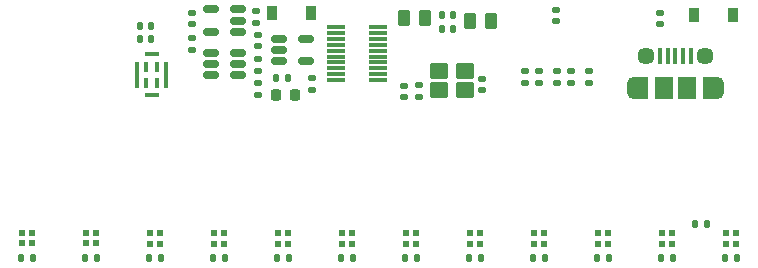
<source format=gbr>
%TF.GenerationSoftware,KiCad,Pcbnew,(6.0.0)*%
%TF.CreationDate,2022-04-23T22:24:28+01:00*%
%TF.ProjectId,main,6d61696e-2e6b-4696-9361-645f70636258,rev?*%
%TF.SameCoordinates,Original*%
%TF.FileFunction,Soldermask,Bot*%
%TF.FilePolarity,Negative*%
%FSLAX46Y46*%
G04 Gerber Fmt 4.6, Leading zero omitted, Abs format (unit mm)*
G04 Created by KiCad (PCBNEW (6.0.0)) date 2022-04-23 22:24:28*
%MOMM*%
%LPD*%
G01*
G04 APERTURE LIST*
G04 Aperture macros list*
%AMRoundRect*
0 Rectangle with rounded corners*
0 $1 Rounding radius*
0 $2 $3 $4 $5 $6 $7 $8 $9 X,Y pos of 4 corners*
0 Add a 4 corners polygon primitive as box body*
4,1,4,$2,$3,$4,$5,$6,$7,$8,$9,$2,$3,0*
0 Add four circle primitives for the rounded corners*
1,1,$1+$1,$2,$3*
1,1,$1+$1,$4,$5*
1,1,$1+$1,$6,$7*
1,1,$1+$1,$8,$9*
0 Add four rect primitives between the rounded corners*
20,1,$1+$1,$2,$3,$4,$5,0*
20,1,$1+$1,$4,$5,$6,$7,0*
20,1,$1+$1,$6,$7,$8,$9,0*
20,1,$1+$1,$8,$9,$2,$3,0*%
G04 Aperture macros list end*
%ADD10RoundRect,0.218750X-0.218750X-0.256250X0.218750X-0.256250X0.218750X0.256250X-0.218750X0.256250X0*%
%ADD11RoundRect,0.250000X-0.262500X-0.450000X0.262500X-0.450000X0.262500X0.450000X-0.262500X0.450000X0*%
%ADD12RoundRect,0.050800X0.700000X0.600000X-0.700000X0.600000X-0.700000X-0.600000X0.700000X-0.600000X0*%
%ADD13RoundRect,0.135000X0.185000X-0.135000X0.185000X0.135000X-0.185000X0.135000X-0.185000X-0.135000X0*%
%ADD14RoundRect,0.140000X0.170000X-0.140000X0.170000X0.140000X-0.170000X0.140000X-0.170000X-0.140000X0*%
%ADD15RoundRect,0.135000X-0.135000X-0.185000X0.135000X-0.185000X0.135000X0.185000X-0.135000X0.185000X0*%
%ADD16R,0.500000X0.500000*%
%ADD17RoundRect,0.140000X-0.140000X-0.170000X0.140000X-0.170000X0.140000X0.170000X-0.140000X0.170000X0*%
%ADD18RoundRect,0.135000X-0.185000X0.135000X-0.185000X-0.135000X0.185000X-0.135000X0.185000X0.135000X0*%
%ADD19R,0.900000X1.200000*%
%ADD20R,0.400000X1.350000*%
%ADD21R,1.500000X1.900000*%
%ADD22C,1.450000*%
%ADD23R,1.200000X1.900000*%
%ADD24O,1.200000X1.900000*%
%ADD25RoundRect,0.250000X0.262500X0.450000X-0.262500X0.450000X-0.262500X-0.450000X0.262500X-0.450000X0*%
%ADD26RoundRect,0.140000X-0.170000X0.140000X-0.170000X-0.140000X0.170000X-0.140000X0.170000X0.140000X0*%
%ADD27R,0.406400X0.939800*%
%ADD28R,1.295400X0.355600*%
%ADD29R,0.355600X2.311400*%
%ADD30RoundRect,0.150000X0.512500X0.150000X-0.512500X0.150000X-0.512500X-0.150000X0.512500X-0.150000X0*%
%ADD31RoundRect,0.150000X-0.512500X-0.150000X0.512500X-0.150000X0.512500X0.150000X-0.512500X0.150000X0*%
%ADD32R,1.600000X0.300000*%
%ADD33RoundRect,0.140000X0.140000X0.170000X-0.140000X0.170000X-0.140000X-0.170000X0.140000X-0.170000X0*%
G04 APERTURE END LIST*
D10*
%TO.C,CHG1*%
X89212500Y-95200000D03*
X90787500Y-95200000D03*
%TD*%
D11*
%TO.C,FB70*%
X100000000Y-88720000D03*
X101825000Y-88720000D03*
%TD*%
D12*
%TO.C,X20*%
X105200000Y-94800000D03*
X103000000Y-93200000D03*
X105200000Y-93200000D03*
X103000000Y-94800000D03*
%TD*%
D13*
%TO.C,R25*%
X110290000Y-94160000D03*
X110290000Y-93140000D03*
%TD*%
D14*
%TO.C,C22*%
X106600000Y-94780000D03*
X106600000Y-93820000D03*
%TD*%
D13*
%TO.C,R26*%
X111450000Y-94160000D03*
X111450000Y-93140000D03*
%TD*%
D15*
%TO.C,R72*%
X89190000Y-93800000D03*
X90210000Y-93800000D03*
%TD*%
D16*
%TO.C,D611*%
X68564008Y-106873489D03*
X68564008Y-107773489D03*
X67664008Y-107773489D03*
X67664008Y-106873489D03*
%TD*%
D17*
%TO.C,C609*%
X78475715Y-109000000D03*
X79435715Y-109000000D03*
%TD*%
D18*
%TO.C,R70*%
X87700000Y-94180000D03*
X87700000Y-95200000D03*
%TD*%
D14*
%TO.C,C74*%
X82100000Y-91380000D03*
X82100000Y-90420000D03*
%TD*%
D16*
%TO.C,D605*%
X101068132Y-106923489D03*
X101068132Y-107823489D03*
X100168132Y-107823489D03*
X100168132Y-106923489D03*
%TD*%
D19*
%TO.C,D71*%
X92150000Y-88300000D03*
X88850000Y-88300000D03*
%TD*%
D16*
%TO.C,D600*%
X128154903Y-106923489D03*
X128154903Y-107823489D03*
X127254903Y-107823489D03*
X127254903Y-106923489D03*
%TD*%
D20*
%TO.C,CN70*%
X124300000Y-91900000D03*
X123650000Y-91900000D03*
X123000000Y-91900000D03*
X122350000Y-91900000D03*
X121700000Y-91900000D03*
D21*
X122000000Y-94600000D03*
D22*
X120500000Y-91900000D03*
D23*
X120100000Y-94600000D03*
D21*
X124000000Y-94600000D03*
D24*
X119500000Y-94600000D03*
D22*
X125500000Y-91900000D03*
D24*
X126500000Y-94600000D03*
D23*
X125900000Y-94600000D03*
%TD*%
D16*
%TO.C,D607*%
X90233424Y-106923489D03*
X90233424Y-107823489D03*
X89333424Y-107823489D03*
X89333424Y-106923489D03*
%TD*%
D13*
%TO.C,R24*%
X114150000Y-94160000D03*
X114150000Y-93140000D03*
%TD*%
D18*
%TO.C,R73*%
X92200000Y-93790000D03*
X92200000Y-94810000D03*
%TD*%
D17*
%TO.C,C606*%
X94727201Y-109000000D03*
X95687201Y-109000000D03*
%TD*%
D16*
%TO.C,D601*%
X122737548Y-106923489D03*
X122737548Y-107823489D03*
X121837548Y-107823489D03*
X121837548Y-106923489D03*
%TD*%
D25*
%TO.C,FB71*%
X107425000Y-88900000D03*
X105600000Y-88900000D03*
%TD*%
D26*
%TO.C,C71*%
X87500000Y-88120000D03*
X87500000Y-89080000D03*
%TD*%
D13*
%TO.C,R23*%
X113020000Y-94160000D03*
X113020000Y-93140000D03*
%TD*%
D27*
%TO.C,U9*%
X78214792Y-94176275D03*
X78214792Y-92823725D03*
X79116492Y-92823725D03*
X79116492Y-94176275D03*
D28*
X78665642Y-95227200D03*
X78665642Y-91772800D03*
D29*
X77440092Y-93500000D03*
X79891192Y-93500000D03*
%TD*%
D17*
%TO.C,C605*%
X100144826Y-109000000D03*
X101104826Y-109000000D03*
%TD*%
%TO.C,C601*%
X121804969Y-109000000D03*
X122764969Y-109000000D03*
%TD*%
%TO.C,C600*%
X127229539Y-109000000D03*
X128189539Y-109000000D03*
%TD*%
D19*
%TO.C,D72*%
X127850000Y-88400000D03*
X124550000Y-88400000D03*
%TD*%
D17*
%TO.C,C611*%
X67630000Y-109000000D03*
X68590000Y-109000000D03*
%TD*%
D26*
%TO.C,C23*%
X100000000Y-94420000D03*
X100000000Y-95380000D03*
%TD*%
D17*
%TO.C,C90*%
X77685642Y-89400000D03*
X78645642Y-89400000D03*
%TD*%
%TO.C,C604*%
X105558203Y-109000000D03*
X106518203Y-109000000D03*
%TD*%
D16*
%TO.C,D606*%
X95650778Y-106923489D03*
X95650778Y-107823489D03*
X94750778Y-107823489D03*
X94750778Y-106923489D03*
%TD*%
D30*
%TO.C,U70*%
X85937500Y-87950000D03*
X85937500Y-88900000D03*
X85937500Y-89850000D03*
X83662500Y-89850000D03*
X83662500Y-87950000D03*
%TD*%
D31*
%TO.C,U72*%
X89462500Y-92350000D03*
X89462500Y-91400000D03*
X89462500Y-90450000D03*
X91737500Y-90450000D03*
X91737500Y-92350000D03*
%TD*%
D17*
%TO.C,C608*%
X83890871Y-109000000D03*
X84850871Y-109000000D03*
%TD*%
D26*
%TO.C,C24*%
X121700000Y-88220000D03*
X121700000Y-89180000D03*
%TD*%
D17*
%TO.C,C602*%
X116393093Y-109000000D03*
X117353093Y-109000000D03*
%TD*%
D14*
%TO.C,C11*%
X112900000Y-88980000D03*
X112900000Y-88020000D03*
%TD*%
D15*
%TO.C,R60*%
X124690000Y-106100000D03*
X125710000Y-106100000D03*
%TD*%
D13*
%TO.C,R22*%
X101300000Y-95410000D03*
X101300000Y-94390000D03*
%TD*%
D14*
%TO.C,C77*%
X87700000Y-91080000D03*
X87700000Y-90120000D03*
%TD*%
D16*
%TO.C,D602*%
X117320194Y-106923489D03*
X117320194Y-107823489D03*
X116420194Y-107823489D03*
X116420194Y-106923489D03*
%TD*%
%TO.C,D604*%
X106485486Y-106923489D03*
X106485486Y-107823489D03*
X105585486Y-107823489D03*
X105585486Y-106923489D03*
%TD*%
D30*
%TO.C,U71*%
X85937500Y-91650000D03*
X85937500Y-92600000D03*
X85937500Y-93550000D03*
X83662500Y-93550000D03*
X83662500Y-92600000D03*
X83662500Y-91650000D03*
%TD*%
D17*
%TO.C,C607*%
X89309267Y-109000000D03*
X90269267Y-109000000D03*
%TD*%
D18*
%TO.C,R71*%
X87700000Y-92120000D03*
X87700000Y-93140000D03*
%TD*%
D16*
%TO.C,D610*%
X73981362Y-106873489D03*
X73981362Y-107773489D03*
X73081362Y-107773489D03*
X73081362Y-106873489D03*
%TD*%
%TO.C,D608*%
X84816070Y-106923489D03*
X84816070Y-107823489D03*
X83916070Y-107823489D03*
X83916070Y-106923489D03*
%TD*%
D17*
%TO.C,C20*%
X103232500Y-88400000D03*
X104192500Y-88400000D03*
%TD*%
%TO.C,C610*%
X73053846Y-109000000D03*
X74013846Y-109000000D03*
%TD*%
D16*
%TO.C,D603*%
X111902840Y-106923489D03*
X111902840Y-107823489D03*
X111002840Y-107823489D03*
X111002840Y-106923489D03*
%TD*%
D17*
%TO.C,C91*%
X77685642Y-90500000D03*
X78645642Y-90500000D03*
%TD*%
D32*
%TO.C,J10*%
X94250000Y-93950000D03*
X94250000Y-93450000D03*
X94250000Y-92950000D03*
X94250000Y-92450000D03*
X94250000Y-91950000D03*
X94250000Y-91450000D03*
X94250000Y-90950000D03*
X94250000Y-90450000D03*
X94250000Y-89950000D03*
X94250000Y-89450000D03*
X97850000Y-93950000D03*
X97850000Y-93450000D03*
X97850000Y-92950000D03*
X97850000Y-92450000D03*
X97850000Y-91950000D03*
X97850000Y-91450000D03*
X97850000Y-90950000D03*
X97850000Y-90450000D03*
X97850000Y-89950000D03*
X97850000Y-89450000D03*
%TD*%
D17*
%TO.C,C603*%
X110971456Y-109000000D03*
X111931456Y-109000000D03*
%TD*%
D16*
%TO.C,D609*%
X79398716Y-106923489D03*
X79398716Y-107823489D03*
X78498716Y-107823489D03*
X78498716Y-106923489D03*
%TD*%
D26*
%TO.C,C72*%
X82100000Y-88220000D03*
X82100000Y-89180000D03*
%TD*%
D33*
%TO.C,C70*%
X104192500Y-89600000D03*
X103232500Y-89600000D03*
%TD*%
D18*
%TO.C,R10*%
X115730000Y-93160000D03*
X115730000Y-94180000D03*
%TD*%
M02*

</source>
